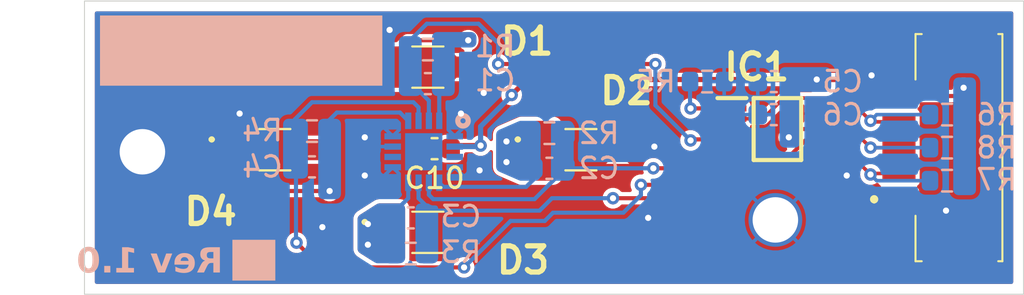
<source format=kicad_pcb>
(kicad_pcb (version 20240108) (generator "pcbnew") (generator_version "8.0")
  (layers (0 "F.Cu" signal) (31 "B.Cu" signal) (34 "B.Paste" user) (35 "F.Paste" user) (36 "B.SilkS" user "B.Silkscreen") (37 "F.SilkS" user "F.Silkscreen") (38 "B.Mask" user) (39 "F.Mask" user) (44 "Edge.Cuts" user))
  (net 0 "")
  (net 1 "/16bit I2C ADC/IN0")
  (net 2 "Net-(D1-ANODE_1)")
  (net 3 "Net-(D2-ANODE_1)")
  (net 4 "/16bit I2C ADC/IN1")
  (net 5 "Net-(D3-ANODE_1)")
  (net 6 "/16bit I2C ADC/IN2")
  (net 7 "Net-(D4-ANODE_1)")
  (net 8 "/16bit I2C ADC/IN3")
  (net 9 "GND")
  (net 10 "/16bit I2C ADC/SDA")
  (net 11 "/16bit I2C ADC/alert{slash}ready")
  (net 12 "/16bit I2C ADC/SLC")
  (net 13 "Net-(IC1-ADDR)")
  (net 14 "+3V3")
  (footprint "Capacitor_SMD:C_0603_1608Metric" (layer "F.Cu") (at 138.075 100.3 180)
    (property "Reference" "C10" (at 0 -1.43 0) (layer "F.SilkS"))
    (property "Value" "10n")
    (fp_line (start -0.14058 0.51) (end 0.14058 0.51) (stroke (width 0.12)) (layer "F.SilkS"))
    (fp_line (start -0.14058 -0.51) (end 0.14058 -0.51) (stroke (width 0.12)) (layer "F.SilkS"))
    (pad "1" smd roundrect (at -0.775 0 180) (size 0.9 0.95) (layers "F.Cu" "F.Paste" "F.Mask") (net 14 "+3V3"))
    (pad "2" smd roundrect (at 0.775 0 180) (size 0.9 0.95) (layers "F.Cu" "F.Paste" "F.Mask") (net 9 "GND"))
  )
  (footprint "532610571TR250:532610571TR250" (layer "F.Cu") (at 161.325 100.25 90)
    (property "Reference" "J1" (hide yes))
    (property "Value" "53261-0571" (hide yes))
    (fp_line (start -2.4 -2) (end -2.4 -2) (stroke (width 0.2)) (layer "F.SilkS"))
    (fp_line (start -2.6 -2) (end -2.6 -2) (stroke (width 0.2)) (layer "F.SilkS"))
    (fp_line (start 5.5 0) (end 5.5 0.3) (stroke (width 0.1)) (layer "F.SilkS"))
    (fp_line (start 3.3 0) (end 5.5 0) (stroke (width 0.1)) (layer "F.SilkS"))
    (fp_line (start -3.3 0) (end -5.5 0) (stroke (width 0.1)) (layer "F.SilkS"))
    (fp_line (start -5.5 0) (end -5.5 0.3) (stroke (width 0.1)) (layer "F.SilkS"))
    (fp_line (start -5.5 4) (end -5.5 4.2) (stroke (width 0.1)) (layer "F.SilkS"))
    (fp_line (start 5.5 4.2) (end 5.5 4) (stroke (width 0.1)) (layer "F.SilkS"))
    (fp_line (start -5.5 4.2) (end 5.5 4.2) (stroke (width 0.1)) (layer "F.SilkS"))
    (fp_arc (start -2.4 -2) (mid -2.5 -1.9) (end -2.6 -2) (stroke (width 0.2)) (layer "F.SilkS"))
    (fp_arc (start -2.6 -2) (mid -2.5 -2.1) (end -2.4 -2) (stroke (width 0.2)) (layer "F.SilkS"))
    (pad "1" smd rect (at -2.5 -0.8 90) (size 0.8 1.6) (layers "F.Cu" "F.Paste" "F.Mask") (net 9 "GND"))
    (pad "2" smd rect (at -1.25 -0.8 90) (size 0.8 1.6) (layers "F.Cu" "F.Paste" "F.Mask") (net 10 "/16bit I2C ADC/SDA"))
    (pad "3" smd rect (at 0 -0.8 90) (size 0.8 1.6) (layers "F.Cu" "F.Paste" "F.Mask") (net 12 "/16bit I2C ADC/SLC"))
    (pad "4" smd rect (at 1.25 -0.8 90) (size 0.8 1.6) (layers "F.Cu" "F.Paste" "F.Mask") (net 11 "/16bit I2C ADC/alert{slash}ready"))
    (pad "5" smd rect (at 2.5 -0.8 90) (size 0.8 1.6) (layers "F.Cu" "F.Paste" "F.Mask") (net 14 "+3V3"))
    (pad "MP1" smd rect (at -5.05 2.1 90) (size 2.1 3) (layers "F.Cu" "F.Paste" "F.Mask") (net 9 "GND"))
    (pad "MP2" smd rect (at 5.05 2.1 90) (size 2.1 3) (layers "F.Cu" "F.Paste" "F.Mask") (net 9 "GND"))
  )
  (footprint "VEMD6060X01:VEMD6060X01" (layer "F.Cu") (at 137.75 104.35)
    (property "Reference" "D3" (at 4.6 1.35 0) (layer "F.SilkS") (effects (font (size 1.27 1.27) (thickness 0.254))))
    (property "Value" "VEMD6060X01" (hide yes))
    (fp_line (start -3.1 -0.5) (end -3.1 -0.5) (stroke (width 0.2)) (layer "F.SilkS"))
    (fp_line (start -3.1 -0.5) (end -3.1 -0.5) (stroke (width 0.2)) (layer "F.SilkS"))
    (fp_line (start -3 -0.5) (end -3 -0.5) (stroke (width 0.2)) (layer "F.SilkS"))
    (fp_line (start -0.75 -1) (end -0.75 -1) (stroke (width 0.1)) (layer "F.SilkS"))
    (fp_line (start -0.75 -1) (end 0.75 -1) (stroke (width 0.1)) (layer "F.SilkS"))
    (fp_line (start -0.75 1) (end -0.75 1) (stroke (width 0.1)) (layer "F.SilkS"))
    (fp_line (start -0.75 1) (end 0.75 1) (stroke (width 0.1)) (layer "F.SilkS"))
    (fp_line (start 0.75 -1) (end -0.75 -1) (stroke (width 0.1)) (layer "F.SilkS"))
    (fp_line (start 0.75 -1) (end 0.75 -1) (stroke (width 0.1)) (layer "F.SilkS"))
    (fp_line (start 0.75 1) (end -0.75 1) (stroke (width 0.1)) (layer "F.SilkS"))
    (fp_line (start 0.75 1) (end 0.75 1) (stroke (width 0.1)) (layer "F.SilkS"))
    (fp_arc (start -3.1 -0.5) (mid -3.05 -0.55) (end -3 -0.5) (stroke (width 0.2)) (layer "F.SilkS"))
    (fp_arc (start -3 -0.5) (mid -3.05 -0.45) (end -3.1 -0.5) (stroke (width 0.2)) (layer "F.SilkS"))
    (fp_arc (start -3 -0.5) (mid -3.05 -0.45) (end -3.1 -0.5) (stroke (width 0.2)) (layer "F.SilkS"))
    (pad "1" smd rect (at -1.775 -0.5 90) (size 0.88 1.09) (layers "F.Cu" "F.Paste" "F.Mask") (net 5 "Net-(D3-ANODE_1)"))
    (pad "2" smd rect (at -1.775 0.5 90) (size 0.88 1.09) (layers "F.Cu" "F.Paste" "F.Mask") (net 5 "Net-(D3-ANODE_1)"))
    (pad "3" smd rect (at 1.775 0 90) (size 1.02 1.09) (layers "F.Cu" "F.Paste" "F.Mask") (net 9 "GND"))
  )
  (footprint "VEMD6060X01:VEMD6060X01" (layer "F.Cu") (at 145.15 100.35)
    (property "Reference" "D2" (at 2.2 -2.85 0) (layer "F.SilkS") (effects (font (size 1.27 1.27) (thickness 0.254))))
    (property "Value" "VEMD6060X01" (hide yes))
    (fp_line (start -3.1 -0.5) (end -3.1 -0.5) (stroke (width 0.2)) (layer "F.SilkS"))
    (fp_line (start -3.1 -0.5) (end -3.1 -0.5) (stroke (width 0.2)) (layer "F.SilkS"))
    (fp_line (start -3 -0.5) (end -3 -0.5) (stroke (width 0.2)) (layer "F.SilkS"))
    (fp_line (start -0.75 -1) (end -0.75 -1) (stroke (width 0.1)) (layer "F.SilkS"))
    (fp_line (start -0.75 -1) (end 0.75 -1) (stroke (width 0.1)) (layer "F.SilkS"))
    (fp_line (start -0.75 1) (end -0.75 1) (stroke (width 0.1)) (layer "F.SilkS"))
    (fp_line (start -0.75 1) (end 0.75 1) (stroke (width 0.1)) (layer "F.SilkS"))
    (fp_line (start 0.75 -1) (end -0.75 -1) (stroke (width 0.1)) (layer "F.SilkS"))
    (fp_line (start 0.75 -1) (end 0.75 -1) (stroke (width 0.1)) (layer "F.SilkS"))
    (fp_line (start 0.75 1) (end -0.75 1) (stroke (width 0.1)) (layer "F.SilkS"))
    (fp_line (start 0.75 1) (end 0.75 1) (stroke (width 0.1)) (layer "F.SilkS"))
    (fp_arc (start -3.1 -0.5) (mid -3.05 -0.55) (end -3 -0.5) (stroke (width 0.2)) (layer "F.SilkS"))
    (fp_arc (start -3 -0.5) (mid -3.05 -0.45) (end -3.1 -0.5) (stroke (width 0.2)) (layer "F.SilkS"))
    (fp_arc (start -3 -0.5) (mid -3.05 -0.45) (end -3.1 -0.5) (stroke (width 0.2)) (layer "F.SilkS"))
    (pad "1" smd rect (at -1.775 -0.5 90) (size 0.88 1.09) (layers "F.Cu" "F.Paste" "F.Mask") (net 3 "Net-(D2-ANODE_1)"))
    (pad "2" smd rect (at -1.775 0.5 90) (size 0.88 1.09) (layers "F.Cu" "F.Paste" "F.Mask") (net 3 "Net-(D2-ANODE_1)"))
    (pad "3" smd rect (at 1.775 0 90) (size 1.02 1.09) (layers "F.Cu" "F.Paste" "F.Mask") (net 9 "GND"))
  )
  (footprint "MountingHole:MountingHole_2.2mm_M2_ISO7380_Pad_TopOnly" (layer "F.Cu") (at 154.55 103.75)
    (property "Reference" "H2" (hide yes))
    (property "Value" "MountingHole_Pad")
    (pad "1" thru_hole circle (at 0 0) (size 2.6 2.6) (drill 2.2) (layers "*.Cu" "*.Mask") (net 9 "GND"))
    (pad "1" connect circle (at 0 0) (size 3.5 3.5) (layers "F.Cu" "F.Mask") (net 9 "GND"))
  )
  (footprint "VEMD6060X01:VEMD6060X01" (layer "F.Cu") (at 130.35 100.35)
    (property "Reference" "D4" (at -3.1 3 0) (layer "F.SilkS") (effects (font (size 1.27 1.27) (thickness 0.254))))
    (property "Value" "VEMD6060X01" (hide yes))
    (fp_line (start -3.1 -0.5) (end -3.1 -0.5) (stroke (width 0.2)) (layer "F.SilkS"))
    (fp_line (start -3.1 -0.5) (end -3.1 -0.5) (stroke (width 0.2)) (layer "F.SilkS"))
    (fp_line (start -3 -0.5) (end -3 -0.5) (stroke (width 0.2)) (layer "F.SilkS"))
    (fp_line (start -0.75 -1) (end -0.75 -1) (stroke (width 0.1)) (layer "F.SilkS"))
    (fp_line (start -0.75 -1) (end 0.75 -1) (stroke (width 0.1)) (layer "F.SilkS"))
    (fp_line (start -0.75 1) (end -0.75 1) (stroke (width 0.1)) (layer "F.SilkS"))
    (fp_line (start -0.75 1) (end 0.75 1) (stroke (width 0.1)) (layer "F.SilkS"))
    (fp_line (start 0.75 -1) (end -0.75 -1) (stroke (width 0.1)) (layer "F.SilkS"))
    (fp_line (start 0.75 -1) (end 0.75 -1) (stroke (width 0.1)) (layer "F.SilkS"))
    (fp_line (start 0.75 1) (end -0.75 1) (stroke (width 0.1)) (layer "F.SilkS"))
    (fp_line (start 0.75 1) (end 0.75 1) (stroke (width 0.1)) (layer "F.SilkS"))
    (fp_arc (start -3.1 -0.5) (mid -3.05 -0.55) (end -3 -0.5) (stroke (width 0.2)) (layer "F.SilkS"))
    (fp_arc (start -3 -0.5) (mid -3.05 -0.45) (end -3.1 -0.5) (stroke (width 0.2)) (layer "F.SilkS"))
    (fp_arc (start -3 -0.5) (mid -3.05 -0.45) (end -3.1 -0.5) (stroke (width 0.2)) (layer "F.SilkS"))
    (pad "1" smd rect (at -1.775 -0.5 90) (size 0.88 1.09) (layers "F.Cu" "F.Paste" "F.Mask") (net 7 "Net-(D4-ANODE_1)"))
    (pad "2" smd rect (at -1.775 0.5 90) (size 0.88 1.09) (layers "F.Cu" "F.Paste" "F.Mask") (net 7 "Net-(D4-ANODE_1)"))
    (pad "3" smd rect (at 1.775 0 90) (size 1.02 1.09) (layers "F.Cu" "F.Paste" "F.Mask") (net 9 "GND"))
  )
  (footprint "MountingHole:MountingHole_2.2mm_M2_ISO7380_Pad_TopOnly" (layer "F.Cu") (at 123.95 100.45)
    (property "Reference" "H1" (hide yes))
    (property "Value" "MountingHole_Pad")
    (pad "1" thru_hole circle (at 0 0) (size 2.6 2.6) (drill 2.2) (layers "*.Cu" "*.Mask") (net 9 "GND"))
    (pad "1" connect circle (at 0 0) (size 3.5 3.5) (layers "F.Cu" "F.Mask") (net 9 "GND"))
  )
  (footprint "ADS1115IDGSR:SOP50P490X110-10N" (layer "F.Cu") (at 154.65 99.35)
    (property "Reference" "IC1" (at -1 -3 0) (layer "F.SilkS") (effects (font (size 1.27 1.27) (thickness 0.254))))
    (property "Value" "ADS1115IDGSR" (hide yes))
    (fp_line (start -2.9 -1.5) (end -1.5 -1.5) (stroke (width 0.2)) (layer "F.SilkS"))
    (fp_line (start -1.15 -1.5) (end 1.15 -1.5) (stroke (width 0.2)) (layer "F.SilkS"))
    (fp_line (start -1.15 1.5) (end -1.15 -1.5) (stroke (width 0.2)) (layer "F.SilkS"))
    (fp_line (start 1.15 -1.5) (end 1.15 1.5) (stroke (width 0.2)) (layer "F.SilkS"))
    (fp_line (start 1.15 1.5) (end -1.15 1.5) (stroke (width 0.2)) (layer "F.SilkS"))
    (pad "1" smd rect (at -2.2 -1 90) (size 0.3 1.4) (layers "F.Cu" "F.Paste" "F.Mask") (net 13 "Net-(IC1-ADDR)"))
    (pad "2" smd rect (at -2.2 -0.5 90) (size 0.3 1.4) (layers "F.Cu" "F.Paste" "F.Mask") (net 11 "/16bit I2C ADC/alert{slash}ready"))
    (pad "3" smd rect (at -2.2 0 90) (size 0.3 1.4) (layers "F.Cu" "F.Paste" "F.Mask") (net 9 "GND"))
    (pad "4" smd rect (at -2.2 0.5 90) (size 0.3 1.4) (layers "F.Cu" "F.Paste" "F.Mask") (net 1 "/16bit I2C ADC/IN0"))
    (pad "5" smd rect (at -2.2 1 90) (size 0.3 1.4) (layers "F.Cu" "F.Paste" "F.Mask") (net 4 "/16bit I2C ADC/IN1"))
    (pad "6" smd rect (at 2.2 1 90) (size 0.3 1.4) (layers "F.Cu" "F.Paste" "F.Mask") (net 6 "/16bit I2C ADC/IN2"))
    (pad "7" smd rect (at 2.2 0.5 90) (size 0.3 1.4) (layers "F.Cu" "F.Paste" "F.Mask") (net 8 "/16bit I2C ADC/IN3"))
    (pad "8" smd rect (at 2.2 0 90) (size 0.3 1.4) (layers "F.Cu" "F.Paste" "F.Mask") (net 14 "+3V3"))
    (pad "9" smd rect (at 2.2 -0.5 90) (size 0.3 1.4) (layers "F.Cu" "F.Paste" "F.Mask") (net 10 "/16bit I2C ADC/SDA"))
    (pad "10" smd rect (at 2.2 -1 90) (size 0.3 1.4) (layers "F.Cu" "F.Paste" "F.Mask") (net 12 "/16bit I2C ADC/SLC"))
  )
  (footprint "VEMD6060X01:VEMD6060X01" (layer "F.Cu") (at 137.75 96.35)
    (property "Reference" "D1" (at 4.8 -1.25 0) (layer "F.SilkS") (effects (font (size 1.27 1.27) (thickness 0.254))))
    (property "Value" "VEMD6060X01" (hide yes))
    (fp_line (start -3.1 -0.5) (end -3.1 -0.5) (stroke (width 0.2)) (layer "F.SilkS"))
    (fp_line (start -3.1 -0.5) (end -3.1 -0.5) (stroke (width 0.2)) (layer "F.SilkS"))
    (fp_line (start -3 -0.5) (end -3 -0.5) (stroke (width 0.2)) (layer "F.SilkS"))
    (fp_line (start -0.75 -1) (end -0.75 -1) (stroke (width 0.1)) (layer "F.SilkS"))
    (fp_line (start -0.75 -1) (end 0.75 -1) (stroke (width 0.1)) (layer "F.SilkS"))
    (fp_line (start -0.75 1) (end -0.75 1) (stroke (width 0.1)) (layer "F.SilkS"))
    (fp_line (start -0.75 1) (end 0.75 1) (stroke (width 0.1)) (layer "F.SilkS"))
    (fp_line (start 0.75 -1) (end -0.75 -1) (stroke (width 0.1)) (layer "F.SilkS"))
    (fp_line (start 0.75 -1) (end 0.75 -1) (stroke (width 0.1)) (layer "F.SilkS"))
    (fp_line (start 0.75 1) (end -0.75 1) (stroke (width 0.1)) (layer "F.SilkS"))
    (fp_line (start 0.75 1) (end 0.75 1) (stroke (width 0.1)) (layer "F.SilkS"))
    (fp_arc (start -3.1 -0.5) (mid -3.05 -0.55) (end -3 -0.5) (stroke (width 0.2)) (layer "F.SilkS"))
    (fp_arc (start -3 -0.5) (mid -3.05 -0.45) (end -3.1 -0.5) (stroke (width 0.2)) (layer "F.SilkS"))
    (fp_arc (start -3 -0.5) (mid -3.05 -0.45) (end -3.1 -0.5) (stroke (width 0.2)) (layer "F.SilkS"))
    (pad "1" smd rect (at -1.775 -0.5 90) (size 0.88 1.09) (layers "F.Cu" "F.Paste" "F.Mask") (net 2 "Net-(D1-ANODE_1)"))
    (pad "2" smd rect (at -1.775 0.5 90) (size 0.88 1.09) (layers "F.Cu" "F.Paste" "F.Mask") (net 2 "Net-(D1-ANODE_1)"))
    (pad "3" smd rect (at 1.775 0 90) (size 1.02 1.09) (layers "F.Cu" "F.Paste" "F.Mask") (net 9 "GND"))
  )
  (footprint "Resistor_SMD:R_0603_1608Metric" (layer "B.Cu") (at 162.85 98.65)
    (property "Reference" "R6" (at 2.4 0 0) (layer "B.SilkS") (effects (justify mirror)))
    (property "Value" "10K")
    (fp_line (start 0.237258 -0.5225) (end -0.237258 -0.5225) (stroke (width 0.12)) (layer "B.SilkS"))
    (fp_line (start 0.237258 0.5225) (end -0.237258 0.5225) (stroke (width 0.12)) (layer "B.SilkS"))
    (pad "1" smd roundrect (at -0.825 0) (size 0.8 0.95) (layers "B.Cu" "B.Paste" "B.Mask") (net 11 "/16bit I2C ADC/alert{slash}ready"))
    (pad "2" smd roundrect (at 0.825 0) (size 0.8 0.95) (layers "B.Cu" "B.Paste" "B.Mask") (net 14 "+3V3"))
  )
  (footprint "Capacitor_SMD:C_0603_1608Metric" (layer "B.Cu") (at 136.925 103.65)
    (property "Reference" "C3" (at 2.425 -0.07 0) (layer "B.SilkS") (effects (justify mirror)))
    (property "Value" "150p")
    (fp_line (start 0.14058 -0.51) (end -0.14058 -0.51) (stroke (width 0.12)) (layer "B.SilkS"))
    (fp_line (start 0.14058 0.51) (end -0.14058 0.51) (stroke (width 0.12)) (layer "B.SilkS"))
    (pad "1" smd roundrect (at -0.775 0) (size 0.9 0.95) (layers "B.Cu" "B.Paste" "B.Mask") (net 5 "Net-(D3-ANODE_1)"))
    (pad "2" smd roundrect (at 0.775 0) (size 0.9 0.95) (layers "B.Cu" "B.Paste" "B.Mask") (net 6 "/16bit I2C ADC/IN2"))
  )
  (footprint "Resistor_SMD:R_0603_1608Metric" (layer "B.Cu") (at 162.85 101.85)
    (property "Reference" "R7" (at 2.4 -0.05 0) (layer "B.SilkS") (effects (justify mirror)))
    (property "Value" "10K")
    (fp_line (start 0.237258 -0.5225) (end -0.237258 -0.5225) (stroke (width 0.12)) (layer "B.SilkS"))
    (fp_line (start 0.237258 0.5225) (end -0.237258 0.5225) (stroke (width 0.12)) (layer "B.SilkS"))
    (pad "1" smd roundrect (at -0.825 0) (size 0.8 0.95) (layers "B.Cu" "B.Paste" "B.Mask") (net 10 "/16bit I2C ADC/SDA"))
    (pad "2" smd roundrect (at 0.825 0) (size 0.8 0.95) (layers "B.Cu" "B.Paste" "B.Mask") (net 14 "+3V3"))
  )
  (footprint "Resistor_SMD:R_0603_1608Metric" (layer "B.Cu") (at 137.75 95.5 180)
    (property "Reference" "R1" (at -3.25 0.15 0) (layer "B.SilkS") (effects (justify mirror)))
    (property "Value" "95k")
    (fp_line (start 0.237258 0.5225) (end -0.237258 0.5225) (stroke (width 0.12)) (layer "B.SilkS"))
    (fp_line (start 0.237258 -0.5225) (end -0.237258 -0.5225) (stroke (width 0.12)) (layer "B.SilkS"))
    (pad "1" smd roundrect (at -0.825 0 180) (size 0.8 0.95) (layers "B.Cu" "B.Paste" "B.Mask") (net 2 "Net-(D1-ANODE_1)"))
    (pad "2" smd roundrect (at 0.825 0 180) (size 0.8 0.95) (layers "B.Cu" "B.Paste" "B.Mask") (net 1 "/16bit I2C ADC/IN0"))
  )
  (footprint "Resistor_SMD:R_0603_1608Metric" (layer "B.Cu") (at 136.925 105.38)
    (property "Reference" "R3" (at 2.425 -0.07 0) (layer "B.SilkS") (effects (justify mirror)))
    (property "Value" "95k")
    (fp_line (start 0.237258 -0.5225) (end -0.237258 -0.5225) (stroke (width 0.12)) (layer "B.SilkS"))
    (fp_line (start 0.237258 0.5225) (end -0.237258 0.5225) (stroke (width 0.12)) (layer "B.SilkS"))
    (pad "1" smd roundrect (at -0.825 0) (size 0.8 0.95) (layers "B.Cu" "B.Paste" "B.Mask") (net 5 "Net-(D3-ANODE_1)"))
    (pad "2" smd roundrect (at 0.825 0) (size 0.8 0.95) (layers "B.Cu" "B.Paste" "B.Mask") (net 6 "/16bit I2C ADC/IN2"))
  )
  (footprint "Capacitor_SMD:C_0603_1608Metric" (layer "B.Cu") (at 143.625 101.25)
    (property "Reference" "C2" (at 2.4 0 0) (layer "B.SilkS") (effects (justify mirror)))
    (property "Value" "150p")
    (fp_line (start 0.14058 -0.51) (end -0.14058 -0.51) (stroke (width 0.12)) (layer "B.SilkS"))
    (fp_line (start 0.14058 0.51) (end -0.14058 0.51) (stroke (width 0.12)) (layer "B.SilkS"))
    (pad "1" smd roundrect (at -0.775 0) (size 0.9 0.95) (layers "B.Cu" "B.Paste" "B.Mask") (net 3 "Net-(D2-ANODE_1)"))
    (pad "2" smd roundrect (at 0.775 0) (size 0.9 0.95) (layers "B.Cu" "B.Paste" "B.Mask") (net 4 "/16bit I2C ADC/IN1"))
  )
  (footprint "Capacitor_SMD:C_0603_1608Metric" (layer "B.Cu") (at 137.75 97.15 180)
    (property "Reference" "C1" (at -3.25 0.15 0) (layer "B.SilkS") (effects (justify mirror)))
    (property "Value" "150p")
    (fp_line (start 0.14058 0.51) (end -0.14058 0.51) (stroke (width 0.12)) (layer "B.SilkS"))
    (fp_line (start 0.14058 -0.51) (end -0.14058 -0.51) (stroke (width 0.12)) (layer "B.SilkS"))
    (pad "1" smd roundrect (at -0.775 0 180) (size 0.9 0.95) (layers "B.Cu" "B.Paste" "B.Mask") (net 2 "Net-(D1-ANODE_1)"))
    (pad "2" smd roundrect (at 0.775 0 180) (size 0.9 0.95) (layers "B.Cu" "B.Paste" "B.Mask") (net 1 "/16bit I2C ADC/IN0"))
  )
  (footprint "Resistor_SMD:R_0603_1608Metric" (layer "B.Cu") (at 162.85 100.25)
    (property "Reference" "R8" (at 2.4 0 0) (layer "B.SilkS") (effects (justify mirror)))
    (property "Value" "10K")
    (fp_line (start 0.237258 -0.5225) (end -0.237258 -0.5225) (stroke (width 0.12)) (layer "B.SilkS"))
    (fp_line (start 0.237258 0.5225) (end -0.237258 0.5225) (stroke (width 0.12)) (layer "B.SilkS"))
    (pad "1" smd roundrect (at -0.825 0) (size 0.8 0.95) (layers "B.Cu" "B.Paste" "B.Mask") (net 12 "/16bit I2C ADC/SLC"))
    (pad "2" smd roundrect (at 0.825 0) (size 0.8 0.95) (layers "B.Cu" "B.Paste" "B.Mask") (net 14 "+3V3"))
  )
  (footprint "Resistor_SMD:R_0603_1608Metric" (layer "B.Cu") (at 151.25 97.05 180)
    (property "Reference" "R5" (at 2.5 0 0) (layer "B.SilkS") (effects (justify mirror)))
    (property "Value" "10K")
    (fp_line (start 0.237258 0.5225) (end -0.237258 0.5225) (stroke (width 0.12)) (layer "B.SilkS"))
    (fp_line (start 0.237258 -0.5225) (end -0.237258 -0.5225) (stroke (width 0.12)) (layer "B.SilkS"))
    (pad "1" smd roundrect (at -0.825 0 180) (size 0.8 0.95) (layers "B.Cu" "B.Paste" "B.Mask") (net 9 "GND"))
    (pad "2" smd roundrect (at 0.825 0 180) (size 0.8 0.95) (layers "B.Cu" "B.Paste" "B.Mask") (net 13 "Net-(IC1-ADDR)"))
  )
  (footprint "Capacitor_SMD:C_0603_1608Metric" (layer "B.Cu") (at 154.475 98.65)
    (property "Reference" "C6" (at 3.325 0 0) (layer "B.SilkS") (effects (justify mirror)))
    (property "Value" "100n")
    (fp_line (start 0.14058 -0.51) (end -0.14058 -0.51) (stroke (width 0.12)) (layer "B.SilkS"))
    (fp_line (start 0.14058 0.51) (end -0.14058 0.51) (stroke (width 0.12)) (layer "B.SilkS"))
    (pad "1" smd roundrect (at -0.775 0) (size 0.9 0.95) (layers "B.Cu" "B.Paste" "B.Mask") (net 9 "GND"))
    (pad "2" smd roundrect (at 0.775 0) (size 0.9 0.95) (layers "B.Cu" "B.Paste" "B.Mask") (net 14 "+3V3"))
  )
  (footprint "Resistor_SMD:R_0603_1608Metric" (layer "B.Cu") (at 143.625 99.55)
    (property "Reference" "R2" (at 2.4 0 0) (layer "B.SilkS") (effects (justify mirror)))
    (property "Value" "95k")
    (fp_line (start 0.237258 -0.5225) (end -0.237258 -0.5225) (stroke (width 0.12)) (layer "B.SilkS"))
    (fp_line (start 0.237258 0.5225) (end -0.237258 0.5225) (stroke (width 0.12)) (layer "B.SilkS"))
    (pad "1" smd roundrect (at -0.825 0) (size 0.8 0.95) (layers "B.Cu" "B.Paste" "B.Mask") (net 3 "Net-(D2-ANODE_1)"))
    (pad "2" smd roundrect (at 0.825 0) (size 0.8 0.95) (layers "B.Cu" "B.Paste" "B.Mask") (net 4 "/16bit I2C ADC/IN1"))
  )
  (footprint "OA4MPA33Q:QFN50P300X300X100-17N" (layer "B.Cu") (at 137.55 100.45 180)
    (property "Reference" "U1" (hide yes))
    (property "Value" "~" (hide yes))
    (fp_circle (center -1.9 1.5) (end -1.775 1.5) (stroke (width 0.254)) (fill none) (layer "B.SilkS"))
    (pad "1" smd rect (at -1.5 0.75 90) (size 0.3 0.8) (layers "B.Cu" "B.Paste" "B.Mask") (net 9 "GND"))
    (pad "2" smd rect (at -1.5 0.25 90) (size 0.3 0.8) (layers "B.Cu" "B.Paste" "B.Mask") (net 14 "+3V3"))
    (pad "3" smd rect (at -1.5 -0.25 90) (size 0.3 0.8) (layers "B.Cu" "B.Paste" "B.Mask"))
    (pad "4" smd rect (at -1.5 -0.75 90) (size 0.3 0.8) (layers "B.Cu" "B.Paste" "B.Mask") (net 9 "GND"))
    (pad "5" smd rect (at -0.75 -1.5 180) (size 0.3 0.8) (layers "B.Cu" "B.Paste" "B.Mask") (net 3 "Net-(D2-ANODE_1)"))
    (pad "6" smd rect (at -0.25 -1.5 180) (size 0.3 0.8) (layers "B.Cu" "B.Paste" "B.Mask") (net 4 "/16bit I2C ADC/IN1"))
    (pad "7" smd rect (at 0.25 -1.5 180) (size 0.3 0.8) (layers "B.Cu" "B.Paste" "B.Mask") (net 6 "/16bit I2C ADC/IN2"))
    (pad "8" smd rect (at 0.75 -1.5 180) (size 0.3 0.8) (layers "B.Cu" "B.Paste" "B.Mask") (net 5 "Net-(D3-ANODE_1)"))
    (pad "9" smd rect (at 1.5 -0.75 90) (size 0.3 0.8) (layers "B.Cu" "B.Paste" "B.Mask") (net 9 "GND"))
    (pad "10" smd rect (at 1.5 -0.25 90) (size 0.3 0.8) (layers "B.Cu" "B.Paste" "B.Mask"))
    (pad "11" smd rect (at 1.5 0.25 270) (size 0.3 0.8) (layers "B.Cu" "B.Paste" "B.Mask") (net 9 "GND"))
    (pad "12" smd rect (at 1.5 0.75 90) (size 0.3 0.8) (layers "B.Cu" "B.Paste" "B.Mask") (net 9 "GND"))
    (pad "13" smd rect (at 0.75 1.5 180) (size 0.3 0.8) (layers "B.Cu" "B.Paste" "B.Mask") (net 7 "Net-(D4-ANODE_1)"))
    (pad "14" smd rect (at 0.25 1.5 180) (size 0.3 0.8) (layers "B.Cu" "B.Paste" "B.Mask") (net 8 "/16bit I2C ADC/IN3"))
    (pad "15" smd rect (at -0.25 1.5 180) (size 0.3 0.8) (layers "B.Cu" "B.Paste" "B.Mask") (net 1 "/16bit I2C ADC/IN0"))
    (pad "16" smd rect (at -0.75 1.5 180) (size 0.3 0.8) (layers "B.Cu" "B.Paste" "B.Mask") (net 2 "Net-(D1-ANODE_1)"))
    (pad "17" smd rect (at 0 0 180) (size 1.8 1.8) (layers "B.Cu" "B.Paste" "B.Mask"))
  )
  (footprint "Capacitor_SMD:C_0603_1608Metric" (layer "B.Cu") (at 154.475 97.05)
    (property "Reference" "C5" (at 3.325 0 0) (layer "B.SilkS") (effects (justify mirror)))
    (property "Value" "4.7u")
    (fp_line (start 0.14058 -0.51) (end -0.14058 -0.51) (stroke (width 0.12)) (layer "B.SilkS"))
    (fp_line (start 0.14058 0.51) (end -0.14058 0.51) (stroke (width 0.12)) (layer "B.SilkS"))
    (pad "1" smd roundrect (at -0.775 0) (size 0.9 0.95) (layers "B.Cu" "B.Paste" "B.Mask") (net 9 "GND"))
    (pad "2" smd roundrect (at 0.775 0) (size 0.9 0.95) (layers "B.Cu" "B.Paste" "B.Mask") (net 14 "+3V3"))
  )
  (footprint "Resistor_SMD:R_0603_1608Metric" (layer "B.Cu") (at 132.15 99.45 180)
    (property "Reference" "R4" (at 2.4 0.03 0) (layer "B.SilkS") (effects (justify mirror)))
    (property "Value" "95k")
    (fp_line (start 0.237258 0.5225) (end -0.237258 0.5225) (stroke (width 0.12)) (layer "B.SilkS"))
    (fp_line (start 0.237258 -0.5225) (end -0.237258 -0.5225) (stroke (width 0.12)) (layer "B.SilkS"))
    (pad "1" smd roundrect (at -0.825 0 180) (size 0.8 0.95) (layers "B.Cu" "B.Paste" "B.Mask") (net 7 "Net-(D4-ANODE_1)"))
    (pad "2" smd roundrect (at 0.825 0 180) (size 0.8 0.95) (layers "B.Cu" "B.Paste" "B.Mask") (net 8 "/16bit I2C ADC/IN3"))
  )
  (footprint "Capacitor_SMD:C_0603_1608Metric" (layer "B.Cu") (at 132.15 101.18 180)
    (property "Reference" "C4" (at 2.4 0 0) (layer "B.SilkS") (effects (justify mirror)))
    (property "Value" "150p")
    (fp_line (start 0.14058 0.51) (end -0.14058 0.51) (stroke (width 0.12)) (layer "B.SilkS"))
    (fp_line (start 0.14058 -0.51) (end -0.14058 -0.51) (stroke (width 0.12)) (layer "B.SilkS"))
    (pad "1" smd roundrect (at -0.775 0 180) (size 0.9 0.95) (layers "B.Cu" "B.Paste" "B.Mask") (net 7 "Net-(D4-ANODE_1)"))
    (pad "2" smd roundrect (at 0.775 0 180) (size 0.9 0.95) (layers "B.Cu" "B.Paste" "B.Mask") (net 8 "/16bit I2C ADC/IN3"))
  )
  (gr_rect (start 128.3 104.71208) (end 130.375841 106.687921) (fill solid) (layer "B.SilkS"))
  (gr_rect (start 121.9 93.85) (end 135.55 97.25) (fill solid) (layer "B.SilkS"))
  (gr_rect (start 121.15 93.15) (end 166.55 107.35) (stroke (width 0.05)) (fill none) (layer "Edge.Cuts"))
  (gr_text "Rev 1.0" (at 127.85 106.5 0) (layer "B.SilkS") (effects (font (size 1.2 1.2) (thickness 0.2) (bold yes)) (justify left bottom mirror)))
  (segment (start 150.5 99.85) (end 150.45 99.9) (width 0.2) (layer "F.Cu") (net 1))
  (segment (start 152.45 99.85) (end 150.5 99.85) (width 0.2) (layer "F.Cu") (net 1))
  (segment (start 148.75 96.2) (end 141.15 96.2) (width 0.2) (layer "F.Cu") (net 1))
  (segment (start 150.45 99.9) (end 150.45 99.85) (width 0.2) (layer "F.Cu") (net 1))
  (via (at 141.15 96.2) (size 0.6) (drill 0.3) (layers "F.Cu" "B.Cu") (net 1))
  (via (at 148.75 96.2) (size 0.6) (drill 0.3) (layers "F.Cu" "B.Cu") (net 1))
  (via (at 150.45 99.9) (size 0.6) (drill 0.3) (layers "F.Cu" "B.Cu") (net 1))
  (segment (start 148.75 98.2) (end 148.75 96.2) (width 0.2) (layer "B.Cu") (net 1))
  (segment (start 136.925 95.025) (end 137.7 94.25) (width 0.2) (layer "B.Cu") (net 1))
  (segment (start 137.75 98.9) (end 137.8 98.95) (width 0.2) (layer "B.Cu") (net 1))
  (segment (start 140.2 94.25) (end 141.15 95.2) (width 0.2) (layer "B.Cu") (net 1))
  (segment (start 136.925 95.5) (end 136.925 95.025) (width 0.2) (layer "B.Cu") (net 1))
  (segment (start 137.7 94.25) (end 140.2 94.25) (width 0.2) (layer "B.Cu") (net 1))
  (segment (start 137.8 98.95) (end 137.8 97.975) (width 0.2) (layer "B.Cu") (net 1))
  (segment (start 141.15 95.2) (end 141.15 96.2) (width 0.2) (layer "B.Cu") (net 1))
  (segment (start 150.45 99.9) (end 148.75 98.2) (width 0.2) (layer "B.Cu") (net 1))
  (segment (start 137.8 97.975) (end 136.975 97.15) (width 0.2) (layer "B.Cu") (net 1))
  (segment (start 136.775 95.05) (end 135.975 95.85) (width 0.2) (layer "F.Cu") (net 2))
  (segment (start 139.7 95.05) (end 136.775 95.05) (width 0.2) (layer "F.Cu") (net 2))
  (via (at 139.7 95.05) (size 0.6) (drill 0.3) (layers "F.Cu" "B.Cu") (net 2))
  (segment (start 138.3 98.95) (end 138.3 97.375) (width 0.2) (layer "B.Cu") (net 2))
  (segment (start 138.3 97.375) (end 138.525 97.15) (width 0.2) (layer "B.Cu") (net 2))
  (via (at 141.55 99.95) (size 0.6) (drill 0.3) (layers "F.Cu" "B.Cu") (net 3))
  (via (at 141.55 100.95) (size 0.6) (drill 0.3) (layers "F.Cu" "B.Cu") (net 3))
  (segment (start 142.85 101.8) (end 142.5 102.15) (width 0.2) (layer "B.Cu") (net 3))
  (segment (start 138.5 102.15) (end 138.3 101.95) (width 0.2) (layer "B.Cu") (net 3))
  (segment (start 142.85 101.25) (end 142.85 101.8) (width 0.2) (layer "B.Cu") (net 3))
  (segment (start 142.5 102.15) (end 138.5 102.15) (width 0.2) (layer "B.Cu") (net 3))
  (segment (start 150.249264 101.25) (end 151.149264 100.35) (width 0.2) (layer "F.Cu") (net 4))
  (segment (start 148.65 101.25) (end 150.249264 101.25) (width 0.2) (layer "F.Cu") (net 4))
  (segment (start 151.149264 100.35) (end 152.45 100.35) (width 0.2) (layer "F.Cu") (net 4))
  (via (at 148.65 101.25) (size 0.6) (drill 0.3) (layers "F.Cu" "B.Cu") (net 4))
  (segment (start 138.010686 102.745) (end 142.905 102.745) (width 0.2) (layer "B.Cu") (net 4))
  (segment (start 142.905 102.745) (end 144.4 101.25) (width 0.2) (layer "B.Cu") (net 4))
  (segment (start 148.65 101.25) (end 144.4 101.25) (width 0.2) (layer "B.Cu") (net 4))
  (segment (start 137.8 102.534314) (end 138.010686 102.745) (width 0.2) (layer "B.Cu") (net 4))
  (segment (start 137.8 101.95) (end 137.8 102.534314) (width 0.2) (layer "B.Cu") (net 4))
  (via (at 134.85 104.95) (size 0.6) (drill 0.3) (layers "F.Cu" "B.Cu") (net 5))
  (via (at 134.85 103.95) (size 0.6) (drill 0.3) (layers "F.Cu" "B.Cu") (net 5))
  (segment (start 136.8 101.95) (end 136.8 102.7) (width 0.2) (layer "B.Cu") (net 5))
  (segment (start 136.8 102.7) (end 136.15 103.35) (width 0.2) (layer "B.Cu") (net 5))
  (segment (start 136.15 103.35) (end 136.15 103.52) (width 0.2) (layer "B.Cu") (net 5))
  (segment (start 155.75 101.45) (end 156.85 100.35) (width 0.2) (layer "F.Cu") (net 6))
  (segment (start 150.165686 102.7) (end 151.415686 101.45) (width 0.2) (layer "F.Cu") (net 6))
  (segment (start 146.7 102.7) (end 150.165686 102.7) (width 0.2) (layer "F.Cu") (net 6))
  (segment (start 151.415686 101.45) (end 155.75 101.45) (width 0.2) (layer "F.Cu") (net 6))
  (via (at 146.7 102.7) (size 0.6) (drill 0.3) (layers "F.Cu" "B.Cu") (net 6))
  (segment (start 137.7 103.1) (end 137.7 103.52) (width 0.2) (layer "B.Cu") (net 6))
  (segment (start 143.15 103.3) (end 138.05 103.3) (width 0.2) (layer "B.Cu") (net 6))
  (segment (start 137.3 102.7) (end 137.7 103.1) (width 0.2) (layer "B.Cu") (net 6))
  (segment (start 143.75 102.7) (end 143.15 103.3) (width 0.2) (layer "B.Cu") (net 6))
  (segment (start 137.3 101.95) (end 137.3 102.7) (width 0.2) (layer "B.Cu") (net 6))
  (segment (start 146.7 102.7) (end 143.75 102.7) (width 0.2) (layer "B.Cu") (net 6))
  (segment (start 138.05 103.3) (end 137.7 103.65) (width 0.2) (layer "B.Cu") (net 6))
  (segment (start 130.075 102.35) (end 128.575 100.85) (width 0.2) (layer "F.Cu") (net 7))
  (segment (start 133 102.35) (end 130.075 102.35) (width 0.2) (layer "F.Cu") (net 7))
  (via (at 133 102.35) (size 0.6) (drill 0.3) (layers "F.Cu" "B.Cu") (net 7))
  (segment (start 136.4 98.55) (end 133.35 98.55) (width 0.2) (layer "B.Cu") (net 7))
  (segment (start 136.8 98.95) (end 136.4 98.55) (width 0.2) (layer "B.Cu") (net 7))
  (segment (start 133.35 98.55) (end 132.975 98.925) (width 0.2) (layer "B.Cu") (net 7))
  (segment (start 132.975 98.925) (end 132.975 99.45) (width 0.2) (layer "B.Cu") (net 7))
  (segment (start 151.25 101.05) (end 154.85 101.05) (width 0.2) (layer "F.Cu") (net 8))
  (segment (start 132.6 106.05) (end 131.4 104.85) (width 0.2) (layer "F.Cu") (net 8))
  (segment (start 148.05 102.05) (end 150.25 102.05) (width 0.2) (layer "F.Cu") (net 8))
  (segment (start 156.05 99.85) (end 156.85 99.85) (width 0.2) (layer "F.Cu") (net 8))
  (segment (start 150.25 102.05) (end 151.25 101.05) (width 0.2) (layer "F.Cu") (net 8))
  (segment (start 154.85 101.05) (end 156.05 99.85) (width 0.2) (layer "F.Cu") (net 8))
  (segment (start 139.5 106.05) (end 132.6 106.05) (width 0.2) (layer "F.Cu") (net 8))
  (via (at 148.05 102.05) (size 0.6) (drill 0.3) (layers "F.Cu" "B.Cu") (net 8))
  (via (at 139.5 106.05) (size 0.6) (drill 0.3) (layers "F.Cu" "B.Cu") (net 8))
  (via (at 131.4 104.85) (size 0.6) (drill 0.3) (layers "F.Cu" "B.Cu") (net 8))
  (segment (start 147.2 103.4) (end 148.05 102.55) (width 0.2) (layer "B.Cu") (net 8))
  (segment (start 139.5 106.05) (end 141.75 103.8) (width 0.2) (layer "B.Cu") (net 8))
  (segment (start 143.4 103.8) (end 143.8 103.4) (width 0.2) (layer "B.Cu") (net 8))
  (segment (start 132.15 98.05) (end 131.325 98.875) (width 0.2) (layer "B.Cu") (net 8))
  (segment (start 131.375 104.825) (end 131.4 104.85) (width 0.2) (layer "B.Cu") (net 8))
  (segment (start 148.05 102.55) (end 148.05 102.05) (width 0.2) (layer "B.Cu") (net 8))
  (segment (start 141.75 103.8) (end 143.4 103.8) (width 0.2) (layer "B.Cu") (net 8))
  (segment (start 143.8 103.4) (end 147.2 103.4) (width 0.2) (layer "B.Cu") (net 8))
  (segment (start 137.3 98.95) (end 137.3 98.3) (width 0.2) (layer "B.Cu") (net 8))
  (segment (start 131.375 101.18) (end 131.375 104.825) (width 0.2) (layer "B.Cu") (net 8))
  (segment (start 131.325 98.875) (end 131.325 99.45) (width 0.2) (layer "B.Cu") (net 8))
  (segment (start 137.05 98.05) (end 132.15 98.05) (width 0.2) (layer "B.Cu") (net 8))
  (segment (start 137.3 98.3) (end 137.05 98.05) (width 0.2) (layer "B.Cu") (net 8))
  (via (at 140.25 101.35) (size 0.6) (drill 0.3) (layers "F.Cu" "B.Cu") (net 9))
  (via (at 135.9 94.55) (size 0.6) (drill 0.3) (layers "F.Cu" "B.Cu") (net 9))
  (via (at 132.65 104.1) (size 0.6) (drill 0.3) (layers "F.Cu" "B.Cu") (net 9))
  (via (at 134.7 101.6) (size 0.6) (drill 0.3) (layers "F.Cu" "B.Cu") (net 9))
  (via (at 140.45 97.6) (size 0.6) (drill 0.3) (layers "F.Cu" "B.Cu") (net 9))
  (via (at 162.8 103.3) (size 0.6) (drill 0.3) (layers "F.Cu" "B.Cu") (net 9))
  (via (at 148.7 100.2) (size 0.6) (drill 0.3) (layers "F.Cu" "B.Cu") (net 9))
  (via (at 128.65 98.6) (size 0.6) (drill 0.3) (layers "F.Cu" "B.Cu") (net 9))
  (via (at 158 101.6) (size 0.6) (drill 0.3) (layers "F.Cu" "B.Cu") (net 9))
  (via (at 148.4 103.65) (size 0.6) (drill 0.3) (layers "F.Cu" "B.Cu") (net 9))
  (via (at 139.35 98.6) (size 0.6) (drill 0.3) (layers "F.Cu" "B.Cu") (net 9))
  (via (at 159.2 96.75) (size 0.6) (drill 0.3) (layers "F.Cu" "B.Cu") (net 9))
  (via (at 134.7 99.75) (size 0.6) (drill 0.3) (layers "F.Cu" "B.Cu") (net 9))
  (segment (start 158.05 99.1) (end 157.8 98.85) (width 0.175) (layer "F.Cu") (net 10))
  (segment (start 159.15 101.55) (end 158.05 100.45) (width 0.175) (layer "F.Cu") (net 10))
  (segment (start 157.8 98.85) (end 156.85 98.85) (width 0.175) (layer "F.Cu") (net 10))
  (segment (start 158.05 100.45) (end 158.05 99.1) (width 0.175) (layer "F.Cu") (net 10))
  (segment (start 160.525 101.5) (end 159.2 101.5) (width 0.175) (layer "F.Cu") (net 10))
  (segment (start 159.2 101.5) (end 159.15 101.55) (width 0.2) (layer "F.Cu") (net 10))
  (via (at 159.15 101.55) (size 0.6) (drill 0.3) (layers "F.Cu" "B.Cu") (net 10))
  (segment (start 159.45 101.85) (end 162.025 101.85) (width 0.175) (layer "B.Cu") (net 10))
  (segment (start 159.15 101.55) (end 159.45 101.85) (width 0.175) (layer "B.Cu") (net 10))
  (segment (start 159.15 98.95) (end 158.05 97.85) (width 0.175) (layer "F.Cu") (net 11))
  (segment (start 154.95 97.85) (end 153.95 98.85) (width 0.175) (layer "F.Cu") (net 11))
  (segment (start 160.525 99) (end 159.2 99) (width 0.175) (layer "F.Cu") (net 11))
  (segment (start 153.95 98.85) (end 152.45 98.85) (width 0.175) (layer "F.Cu") (net 11))
  (segment (start 159.2 99) (end 159.15 98.95) (width 0.2) (layer "F.Cu") (net 11))
  (segment (start 158.05 97.85) (end 154.95 97.85) (width 0.175) (layer "F.Cu") (net 11))
  (via (at 159.15 98.95) (size 0.6) (drill 0.3) (layers "F.Cu" "B.Cu") (net 11))
  (segment (start 159.15 98.95) (end 159.45 98.65) (width 0.175) (layer "B.Cu") (net 11))
  (segment (start 159.45 98.65) (end 162.025 98.65) (width 0.175) (layer "B.Cu") (net 11))
  (segment (start 157.95 98.35) (end 156.85 98.35) (width 0.175) (layer "F.Cu") (net 12))
  (segment (start 158.45 98.85) (end 157.95 98.35) (width 0.175) (layer "F.Cu") (net 12))
  (segment (start 158.45 99.55) (end 158.45 98.85) (width 0.175) (layer "F.Cu") (net 12))
  (segment (start 159.15 100.25) (end 158.45 99.55) (width 0.175) (layer "F.Cu") (net 12))
  (segment (start 160.525 100.25) (end 159.15 100.25) (width 0.175) (layer "F.Cu") (net 12))
  (via (at 159.15 100.25) (size 0.6) (drill 0.3) (layers "F.Cu" "B.Cu") (net 12))
  (segment (start 159.15 100.25) (end 162.025 100.25) (width 0.175) (layer "B.Cu") (net 12))
  (segment (start 152.45 98.35) (end 150.45 98.35) (width 0.2) (layer "F.Cu") (net 13))
  (via (at 150.45 98.35) (size 0.6) (drill 0.3) (layers "F.Cu" "B.Cu") (net 13))
  (segment (start 150.425 98.325) (end 150.45 98.35) (width 0.2) (layer "B.Cu") (net 13))
  (segment (start 150.425 97.05) (end 150.425 98.325) (width 0.2) (layer "B.Cu") (net 13))
  (segment (start 140.3 100.15) (end 139 100.15) (width 0.25) (layer "F.Cu") (net 14))
  (segment (start 155.2 99.75) (end 155.6 99.35) (width 0.2) (layer "F.Cu") (net 14))
  (segment (start 160.525 97.75) (end 163.25 97.75) (width 0.2) (layer "F.Cu") (net 14))
  (segment (start 139 100.15) (end 138.85 100.3) (width 0.25) (layer "F.Cu") (net 14))
  (segment (start 155.6 99.35) (end 156.85 99.35) (width 0.2) (layer "F.Cu") (net 14))
  (segment (start 158.85 97.75) (end 158.05 96.95) (width 0.25) (layer "F.Cu") (net 14))
  (segment (start 158.05 96.95) (end 156.575 96.95) (width 0.25) (layer "F.Cu") (net 14))
  (segment (start 141.8 97.7) (end 142.55 96.95) (width 0.25) (layer "F.Cu") (net 14))
  (segment (start 163.25 97.75) (end 163.65 97.35) (width 0.2) (layer "F.Cu") (net 14))
  (segment (start 142.55 96.95) (end 156.55 96.95) (width 0.25) (layer "F.Cu") (net 14))
  (segment (start 160.55 97.75) (end 158.85 97.75) (width 0.25) (layer "F.Cu") (net 14))
  (via (at 140.3 100.15) (size 0.6) (drill 0.3) (layers "F.Cu" "B.Cu") (net 14))
  (via (at 141.8 97.7) (size 0.6) (drill 0.3) (layers "F.Cu" "B.Cu") (net 14))
  (via (at 156.55 96.95) (size 0.6) (drill 0.3) (layers "F.Cu" "B.Cu") (net 14))
  (via (at 163.65 97.35) (size 0.6) (drill 0.3) (layers "F.Cu" "B.Cu") (net 14))
  (via (at 155.2 99.75) (size 0.6) (drill 0.3) (layers "F.Cu" "B.Cu") (net 14))
  (segment (start 140.25 100.2) (end 139.05 100.2) (width 0.25) (layer "B.Cu") (net 14))
  (segment (start 140.3 99.225) (end 141.8 97.725) (width 0.25) (layer "B.Cu") (net 14))
  (segment (start 141.8 97.725) (end 141.8 97.7) (width 0.25) (layer "B.Cu") (net 14))
  (segment (start 140.3 100.15) (end 140.3 99.225) (width 0.25) (layer "B.Cu") (net 14))
  (segment (start 140.3 100.15) (end 140.25 100.2) (width 0.25) (layer "B.Cu") (net 14))
  (zone (net 3) (net_name "Net-(D2-ANODE_1)") (layer "F.Cu") (priority 2) (connect_pads yes (clearance 0.2)) (min_thickness 0.25) (fill yes (thermal_gap 0.5) (thermal_bridge_width 0.5) (smoothing fillet) (radius 0.25))
    (polygon (pts (xy 144.05 98.95) (xy 144.05 101.85) (xy 142.25 101.85) (xy 141.1 101.35) (xy 141.1 99.45) (xy 142.25 98.95)))
  )
  (zone (net 7) (net_name "Net-(D4-ANODE_1)") (layer "F.Cu") (priority 2) (connect_pads yes (clearance 0.2)) (min_thickness 0.25) (fill yes (thermal_gap 0.5) (thermal_bridge_width 0.5) (smoothing fillet) (radius 0.25))
    (polygon (pts (xy 127.85 99.35) (xy 127.85 101.35) (xy 129.25 101.35) (xy 129.25 99.35)))
  )
  (zone (net 2) (net_name "Net-(D1-ANODE_1)") (layer "F.Cu") (priority 2) (connect_pads yes (clearance 0.2)) (min_thickness 0.25) (fill yes (thermal_gap 0.5) (thermal_bridge_width 0.5) (smoothing fillet) (radius 0.25))
    (polygon (pts (xy 135.25 95.35) (xy 135.25 97.35) (xy 136.65 97.35) (xy 136.65 95.35)))
  )
  (zone (net 5) (net_name "Net-(D3-ANODE_1)") (layers "F&B.Cu") (priority 2) (connect_pads yes (clearance 0.2)) (min_thickness 0.25) (fill yes (thermal_gap 0.5) (thermal_bridge_width 0.5) (smoothing fillet) (radius 0.25))
    (polygon (pts (xy 136.65 102.95) (xy 136.65 105.85) (xy 135.25 105.85) (xy 134.35 105.280644) (xy 134.35 103.577864) (xy 135.335714 102.95)))
  )
  (zone (net 9) (net_name "GND") (layers "F&B.Cu") (priority 1) (connect_pads (clearance 0.2)) (min_thickness 0.175) (fill yes (thermal_gap 0.175) (thermal_bridge_width 0.175) (smoothing fillet) (radius 0.25) (island_removal_mode 2) (island_area_min 10))
    (polygon (pts (xy 121.15 93.15) (xy 121.15 107.35) (xy 166.55 107.35) (xy 166.55 93.15)))
  )
  (zone (net 14) (net_name "+3V3") (layer "B.Cu") (priority 2) (connect_pads yes (clearance 0.2)) (min_thickness 0.25) (fill yes (thermal_gap 0.5) (thermal_bridge_width 0.5) (smoothing fillet) (radius 0.25))
    (polygon (pts (xy 157.25 96.35) (xy 157.250044 97.55031) (xy 155.75 97.55) (xy 155.75 100.25) (xy 154.75 100.25) (xy 154.75 96.35)))
  )
  (zone (net 7) (net_name "Net-(D4-ANODE_1)") (layer "B.Cu") (priority 2) (connect_pads yes (clearance 0.2)) (min_thickness 0.25) (fill yes (thermal_gap 0.5) (thermal_bridge_width 0.5) (smoothing fillet) (radius 0.25))
    (polygon (pts (xy 133.55 98.85) (xy 133.55 102.75) (xy 132.45 102.75) (xy 132.45 98.85)))
  )
  (zone (net 3) (net_name "Net-(D2-ANODE_1)") (layer "B.Cu") (priority 2) (connect_pads yes (clearance 0.2)) (min_thickness 0.25) (fill yes (thermal_gap 0.5) (thermal_bridge_width 0.5) (smoothing fillet) (radius 0.25))
    (polygon (pts (xy 143.2 98.95) (xy 143.2 101.85) (xy 142.2 101.85) (xy 141.05 101.35) (xy 141.05 99.45) (xy 142.2 98.95)))
  )
  (zone (net 4) (net_name "/16bit I2C ADC/IN1") (layer "B.Cu") (priority 2) (connect_pads yes (clearance 0.2)) (min_thickness 0.25) (fill yes (thermal_gap 0.5) (thermal_bridge_width 0.5) (smoothing fillet) (radius 0.25))
    (polygon (pts (xy 144.8 98.95) (xy 144.8 101.85) (xy 143.7 101.85) (xy 143.7 98.95)))
  )
  (zone (net 14) (net_name "+3V3") (layer "B.Cu") (priority 2) (connect_pads yes (clearance 0.2)) (min_thickness 0.25) (fill yes (thermal_gap 0.5) (thermal_bridge_width 0.5) (smoothing fillet) (radius 0.25) (island_removal_mode 2) (island_area_min 10))
    (polygon (pts (xy 164.25 96.85) (xy 164.25 102.55) (xy 163.15 102.55) (xy 163.15 96.85)))
  )
  (zone (net 2) (net_name "Net-(D1-ANODE_1)") (layer "B.Cu") (priority 2) (connect_pads yes (clearance 0.2)) (min_thickness 0.25) (fill yes (thermal_gap 0.5) (thermal_bridge_width 0.5) (smoothing fillet) (radius 0.25))
    (polygon (pts (xy 140.1 94.65) (xy 140.1 95.4) (xy 139.05 95.4) (xy 139.05 97.75) (xy 137.95 97.75) (xy 137.95 95.85) (xy 137.95 94.65)))
  )
  (zone (net 8) (net_name "/16bit I2C ADC/IN3") (layer "B.Cu") (priority 2) (connect_pads yes (clearance 0.2)) (min_thickness 0.25) (fill yes (thermal_gap 0.5) (thermal_bridge_width 0.5) (smoothing fillet) (radius 0.25))
    (polygon (pts (xy 131.95 98.85) (xy 131.95 101.75) (xy 130.75 101.75) (xy 130.75 98.85)))
  )
  (zone (net 6) (net_name "/16bit I2C ADC/IN2") (layer "B.Cu") (priority 2) (connect_pads yes (clearance 0.2)) (min_thickness 0.25) (fill yes (thermal_gap 0.5) (thermal_bridge_width 0.5) (smoothing fillet) (radius 0.25))
    (polygon (pts (xy 138.25 102.95) (xy 138.25 105.85) (xy 137.15 105.85) (xy 137.15 102.95)))
  )
  (zone (net 1) (net_name "/16bit I2C ADC/IN0") (layer "B.Cu") (priority 2) (connect_pads yes (clearance 0.2)) (min_thickness 0.25) (fill yes (thermal_gap 0.5) (thermal_bridge_width 0.5) (smoothing fillet) (radius 0.25))
    (polygon (pts (xy 137.45 94.85) (xy 137.45 97.75) (xy 136.35 97.75) (xy 136.35 94.85)))
  )
)
</source>
